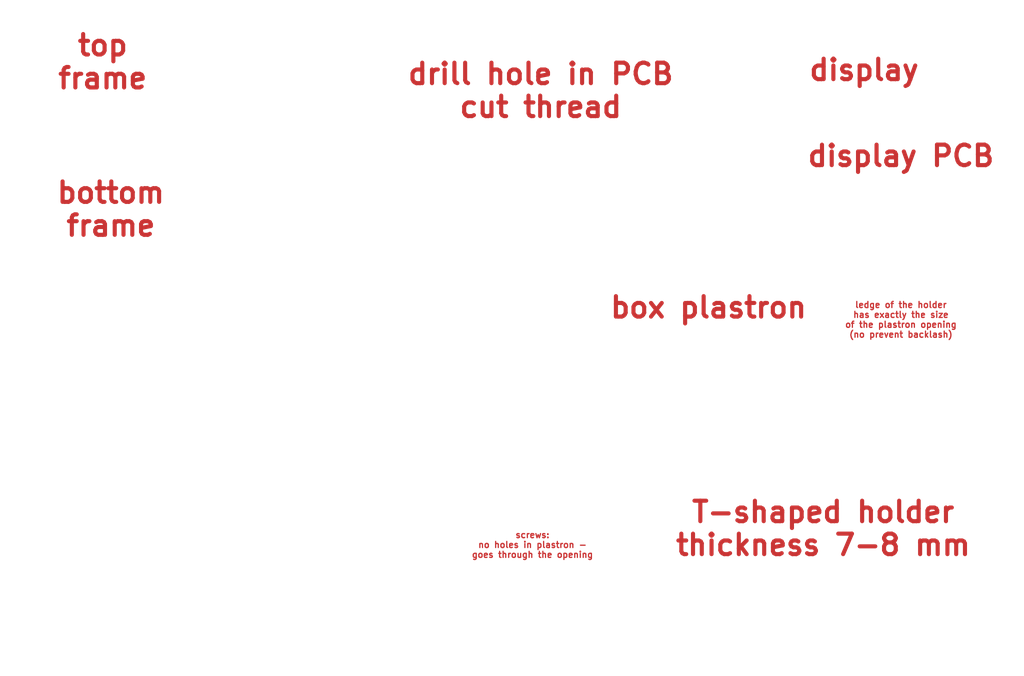
<source format=kicad_pcb>
(kicad_pcb (version 20211014) (generator pcbnew)

  (general
    (thickness 1.6)
  )

  (paper "A4")
  (layers
    (0 "F.Cu" signal)
    (31 "B.Cu" signal)
    (32 "B.Adhes" user "B.Adhesive")
    (33 "F.Adhes" user "F.Adhesive")
    (34 "B.Paste" user)
    (35 "F.Paste" user)
    (36 "B.SilkS" user "B.Silkscreen")
    (37 "F.SilkS" user "F.Silkscreen")
    (38 "B.Mask" user)
    (39 "F.Mask" user)
    (40 "Dwgs.User" user "User.Drawings")
    (41 "Cmts.User" user "User.Comments")
    (42 "Eco1.User" user "User.Eco1")
    (43 "Eco2.User" user "User.Eco2")
    (44 "Edge.Cuts" user)
    (45 "Margin" user)
    (46 "B.CrtYd" user "B.Courtyard")
    (47 "F.CrtYd" user "F.Courtyard")
    (48 "B.Fab" user)
    (49 "F.Fab" user)
    (50 "User.1" user)
    (51 "User.2" user)
    (52 "User.3" user)
    (53 "User.4" user)
    (54 "User.5" user)
    (55 "User.6" user)
    (56 "User.7" user)
    (57 "User.8" user)
    (58 "User.9" user)
  )

  (setup
    (pad_to_mask_clearance 0)
    (pcbplotparams
      (layerselection 0x00010fc_ffffffff)
      (disableapertmacros false)
      (usegerberextensions false)
      (usegerberattributes true)
      (usegerberadvancedattributes true)
      (creategerberjobfile true)
      (svguseinch false)
      (svgprecision 6)
      (excludeedgelayer true)
      (plotframeref false)
      (viasonmask false)
      (mode 1)
      (useauxorigin false)
      (hpglpennumber 1)
      (hpglpenspeed 20)
      (hpglpendiameter 15.000000)
      (dxfpolygonmode true)
      (dxfimperialunits true)
      (dxfusepcbnewfont true)
      (psnegative false)
      (psa4output false)
      (plotreference true)
      (plotvalue true)
      (plotinvisibletext false)
      (sketchpadsonfab false)
      (subtractmaskfromsilk false)
      (outputformat 1)
      (mirror false)
      (drillshape 1)
      (scaleselection 1)
      (outputdirectory "")
    )
  )

  (net 0 "")

  (gr_poly
    (pts
      (xy 165 160)
      (xy 135 160)
      (xy 135 110)
      (xy 165 110)
    ) (layer "User.4") (width 0.15) (fill solid) (tstamp 1b07b1ef-2456-4420-be5f-59abba9f1eb7))
  (gr_poly
    (pts
      (xy 180 160)
      (xy 165 160)
      (xy 165 145)
    ) (layer "User.4") (width 0.15) (fill solid) (tstamp 419e18ea-8b11-4fa7-8765-286f4dd37793))
  (gr_poly
    (pts
      (xy 165 110)
      (xy 135 110)
      (xy 135 51)
      (xy 165 51)
    ) (layer "User.4") (width 0.15) (fill solid) (tstamp 424c5b4b-4e61-40c3-ac76-1a0a650d95a5))
  (gr_poly
    (pts
      (xy 95 65)
      (xy 95 185)
      (xy 65 185)
      (xy 65 65)
      (xy 50 50)
      (xy 110 50)
    ) (layer "User.4") (width 0.15) (fill solid) (tstamp a6390de8-f11c-42e7-88a1-ebf874f574e7))
  (gr_poly
    (pts
      (xy 135 160)
      (xy 120 160)
      (xy 135 145)
    ) (layer "User.4") (width 0.15) (fill solid) (tstamp f7f9178d-69ff-466a-ab10-1991a3a61403))
  (gr_poly
    (pts
      (xy 220 110)
      (xy 20 110)
      (xy 20 80)
      (xy 220 80)
    ) (layer "User.5") (width 0.15) (fill solid) (tstamp 974ffaec-6541-44c3-b7ec-8c9a37850792))
  (gr_poly
    (pts
      (xy 189 50)
      (xy 30 50)
      (xy 30 20)
      (xy 189 20)
    ) (layer "User.5") (width 0.15) (fill solid) (tstamp b9cf03b7-de4e-4d31-a537-eec875315fd1))
  (gr_poly
    (pts
      (xy 120 66)
      (xy 180 66)
      (xy 180 80)
      (xy 30 80)
      (xy 30 50)
      (xy 120 50)
    ) (layer "User.6") (width 0.15) (fill solid) (tstamp b0d59d5e-6479-47c0-be32-56ce35178a0e))
  (gr_poly
    (pts
      (xy 260 160)
      (xy 40 160)
      (xy 40 110)
      (xy 221 110)
      (xy 221 85)
      (xy 260 85)
    ) (layer "User.6") (width 0.15) (fill solid) (tstamp dea91eb4-4cbb-4a29-95e3-4162675993ba))
  (gr_poly
    (pts
      (xy 270 66)
      (xy 120 66)
      (xy 120 50)
      (xy 270 50)
    ) (layer "User.7") (width 0.15) (fill solid) (tstamp 1f6d8892-4b06-4f71-8bd1-05693b5a925c))
  (gr_poly
    (pts
      (xy 65 180)
      (xy 45 180)
      (xy 45 160)
      (xy 65 160)
    ) (layer "User.9") (width 0.15) (fill solid) (tstamp 4768a3f4-a7af-4d4a-a517-8362ddd8b723))
  (gr_poly
    (pts
      (xy 270 50)
      (xy 190 50)
      (xy 190 25)
      (xy 270 25)
    ) (layer "User.9") (width 0.15) (fill solid) (tstamp 5b568762-3206-49ed-ad1c-09b4117aca0f))
  (gr_poly
    (pts
      (xy 115 180)
      (xy 95 180)
      (xy 95 160)
      (xy 115 160)
    ) (layer "User.9") (width 0.15) (fill solid) (tstamp daf2d590-2e17-418b-9f92-2f60f269fb8b))
  (gr_text "display PCB" (at 240 58) (layer "F.Cu") (tstamp 15ab3805-1972-4afe-b4be-1e295449dc1b)
    (effects (font (size 5 5) (thickness 1)))
  )
  (gr_text "screws:\nno holes in plastron -\ngoes through the opening\n" (at 150 153) (layer "F.Cu") (tstamp 339e56a1-58a2-4ac9-93b8-ab109d659f63)
    (effects (font (size 1.5 1.5) (thickness 0.3)))
  )
  (gr_text "display" (at 231 37) (layer "F.Cu") (tstamp 3755836d-eb80-49b0-990a-3b2aaf863d2e)
    (effects (font (size 5 5) (thickness 1)))
  )
  (gr_text "bottom\nframe" (at 47 71) (layer "F.Cu") (tstamp 39ad9d09-207c-4db9-8ad9-24a9cc895be6)
    (effects (font (size 5 5) (thickness 1)))
  )
  (gr_text "ledge of the holder\nhas exactly the size\nof the plastron opening\n(no prevent backlash)" (at 240 98) (layer "F.Cu") (tstamp 744b94dd-6cfd-4a73-8ff5-bc34d692e8cb)
    (effects (font (size 1.5 1.5) (thickness 0.3)))
  )
  (gr_text "drill hole in PCB\ncut thread" (at 152 42) (layer "F.Cu") (tstamp 7bcff88c-f040-43be-9b5a-77ecc63fb0ce)
    (effects (font (size 5 5) (thickness 1)))
  )
  (gr_text "box plastron" (at 193 95) (layer "F.Cu") (tstamp 7cfcb1e5-d18a-4112-8709-1d6dba2cd0a3)
    (effects (font (size 5 5) (thickness 1)))
  )
  (gr_text "top\nframe" (at 45 35) (layer "F.Cu") (tstamp 8de57205-d4e9-4ba0-bfe7-e93905a89bc6)
    (effects (font (size 5 5) (thickness 1)))
  )
  (gr_text "T-shaped holder\nthickness 7-8 mm" (at 221 149) (layer "F.Cu") (tstamp a0ac74aa-0c00-43fd-a63e-641c06aa7ae5)
    (effects (font (size 5 5) (thickness 1)))
  )

)

</source>
